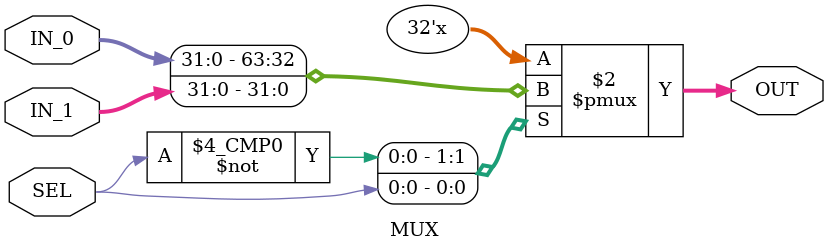
<source format=v>
`timescale 1ns / 1ps



module MUX  #(parameter MUX_SIZE = 32)
(
 input   wire   [MUX_SIZE - 1 : 0]     IN_0,
 input   wire   [MUX_SIZE - 1 : 0]     IN_1,
 input   wire                          SEL,
 output  reg    [MUX_SIZE - 1 : 0]     OUT 
 );

 
  always @ (*)
    begin
     case(SEL)
	  1'b0 :  OUT = IN_0 ;       
	  1'b1 :  OUT = IN_1 ;     		
     endcase        	   
  end
 
 
endmodule
 
</source>
